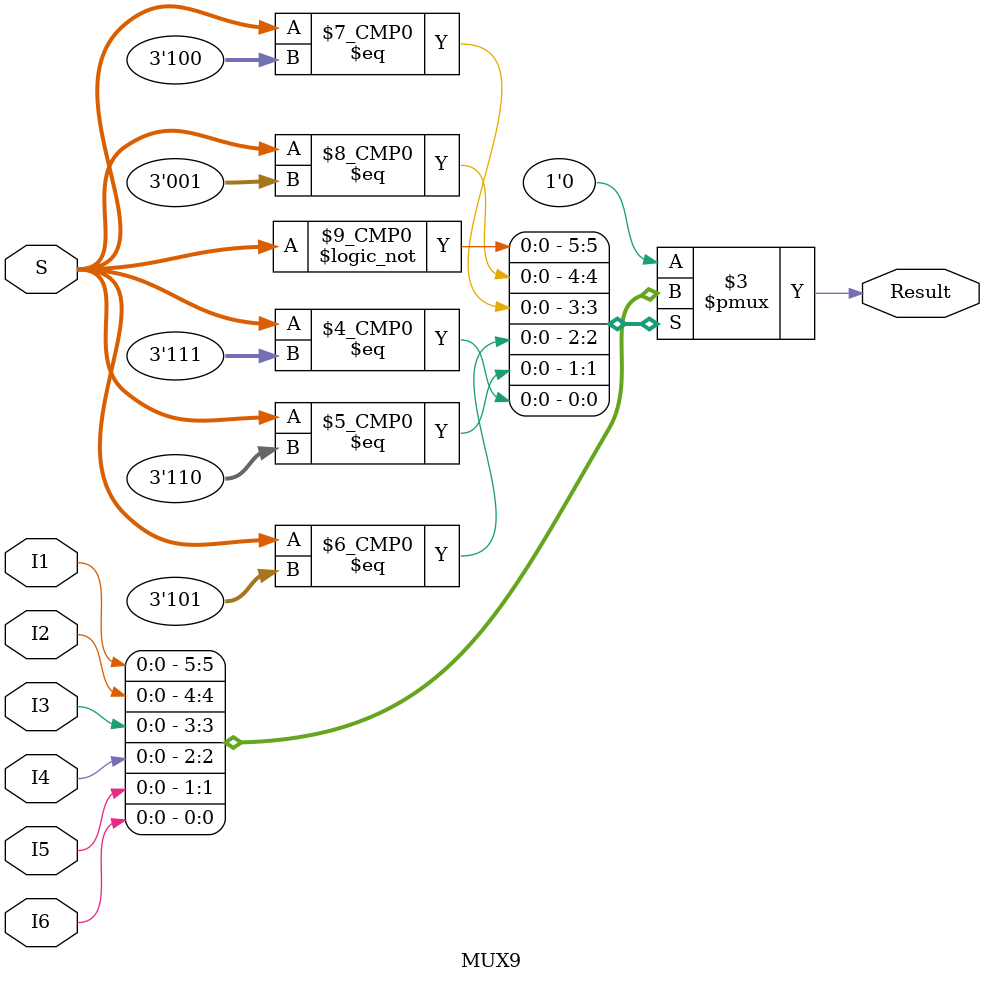
<source format=v>
/*******************************************************************
*
* Module: MUX9
* Project: RISC-V Implementation
* Author: Amr Morsy amrhassan18@aucegypt.edu
          Mohi Eldin El Ulabi mhulabi@aucegypt.edu
* Description: This module is responsible for producing the signal which is going to be anded with the branch control signal, which is going to pick the new address that is going to be stored in the PC
*
* IMPORTANT Change history: 28/10/21 – I wrote the code
*
**********************************************************************/

`timescale 1ns / 1ps
`include "defines.v"


module MUX9(
	input I1,
	input I2, 
	input I3,
	input I4,
	input I5,
	input I6,
	input [2:0] S,
	output reg Result 
);
    
always @(*)
  begin
	case(S)
		3'b000:
			Result <= I1 ;
		3'b001:
			Result <= I2 ;
		3'b100:
			Result <= I3 ;
		3'b101:
			Result <= I4 ; 
		3'b110:
			Result <= I5 ;
		3'b111:
			Result <= I6 ;
		default:
			Result <= 0 ; 
	endcase 
  end  
    
endmodule

</source>
